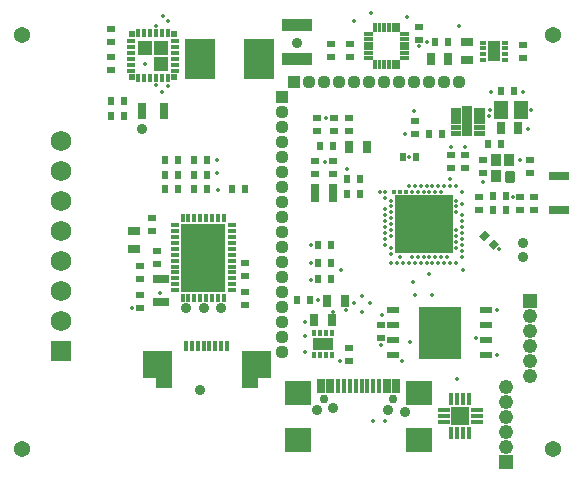
<source format=gts>
G75*
%MOIN*%
%OFA0B0*%
%FSLAX25Y25*%
%IPPOS*%
%LPD*%
%AMOC8*
5,1,8,0,0,1.08239X$1,22.5*
%
%ADD10C,0.05400*%
%ADD11C,0.01400*%
%ADD12C,0.01483*%
%ADD13R,0.19494X0.19494*%
%ADD14R,0.02762X0.02369*%
%ADD15R,0.02369X0.02762*%
%ADD16R,0.06500X0.03000*%
%ADD17R,0.02762X0.03943*%
%ADD18R,0.04300X0.01400*%
%ADD19R,0.01400X0.04300*%
%ADD20R,0.06100X0.06100*%
%ADD21R,0.04500X0.04500*%
%ADD22R,0.04900X0.04900*%
%ADD23C,0.04500*%
%ADD24C,0.04900*%
%ADD25R,0.04400X0.02100*%
%ADD26R,0.14200X0.17700*%
%ADD27R,0.03976X0.03976*%
%ADD28R,0.04376X0.04376*%
%ADD29C,0.03976*%
%ADD30C,0.04376*%
%ADD31R,0.02762X0.01384*%
%ADD32R,0.01384X0.02762*%
%ADD33R,0.14967X0.22841*%
%ADD34R,0.01384X0.03156*%
%ADD35R,0.03156X0.01384*%
%ADD36R,0.04829X0.04829*%
%ADD37R,0.01876X0.01876*%
%ADD38C,0.00317*%
%ADD39R,0.10243X0.03943*%
%ADD40R,0.03156X0.05518*%
%ADD41R,0.10450X0.13400*%
%ADD42R,0.05518X0.03156*%
%ADD43R,0.03943X0.02762*%
%ADD44C,0.00102*%
%ADD45R,0.03707X0.09849*%
%ADD46C,0.01387*%
%ADD47C,0.01787*%
%ADD48R,0.05124X0.06187*%
%ADD49R,0.03150X0.05900*%
%ADD50C,0.01775*%
%ADD51R,0.03550X0.03943*%
%ADD52R,0.02800X0.04900*%
%ADD53R,0.01600X0.04900*%
%ADD54R,0.08900X0.08300*%
%ADD55C,0.02998*%
%ADD56R,0.01600X0.03600*%
%ADD57R,0.00900X0.00900*%
%ADD58C,0.00100*%
%ADD59R,0.01384X0.02369*%
%ADD60R,0.06699X0.03943*%
%ADD61R,0.02369X0.01384*%
%ADD62R,0.03943X0.06699*%
%ADD63R,0.06450X0.06450*%
%ADD64R,0.06850X0.06850*%
%ADD65C,0.06450*%
%ADD66C,0.06850*%
%ADD67C,0.03543*%
D10*
X0007874Y0145669D03*
X0007874Y0007874D03*
X0185039Y0007874D03*
X0185039Y0145669D03*
D11*
X0136811Y0095472D03*
X0138780Y0095472D03*
X0140748Y0095472D03*
X0142717Y0095472D03*
X0144685Y0095472D03*
X0146654Y0095472D03*
X0148622Y0095472D03*
X0150591Y0095472D03*
X0152559Y0095472D03*
X0128937Y0093504D03*
X0137795Y0093504D03*
X0139764Y0093504D03*
X0141732Y0093504D03*
X0143701Y0093504D03*
X0145669Y0093504D03*
X0147638Y0093504D03*
X0154528Y0093504D03*
X0128937Y0091535D03*
X0130906Y0090551D03*
X0152559Y0090551D03*
X0154528Y0089567D03*
X0130906Y0088583D03*
X0152559Y0088583D03*
X0128937Y0087598D03*
X0130906Y0086614D03*
X0152559Y0086614D03*
X0128937Y0085630D03*
X0154528Y0085630D03*
X0130906Y0084646D03*
X0128937Y0083661D03*
X0154528Y0083661D03*
X0130906Y0082677D03*
X0128937Y0081693D03*
X0154528Y0081693D03*
X0130906Y0080709D03*
X0152559Y0080709D03*
X0128937Y0079724D03*
X0154528Y0079724D03*
X0130906Y0078740D03*
X0152559Y0078740D03*
X0128937Y0077756D03*
X0154528Y0077756D03*
X0152559Y0076772D03*
X0128937Y0075787D03*
X0154528Y0075787D03*
X0130906Y0074803D03*
X0152559Y0074803D03*
X0154528Y0073819D03*
X0130906Y0072835D03*
X0133858Y0071850D03*
X0137795Y0071850D03*
X0139764Y0071850D03*
X0141732Y0071850D03*
X0143701Y0071850D03*
X0145669Y0071850D03*
X0147638Y0071850D03*
X0149606Y0071850D03*
X0154528Y0071850D03*
X0130906Y0069882D03*
X0132874Y0069882D03*
X0134843Y0069882D03*
X0136811Y0069882D03*
X0138780Y0069882D03*
X0140748Y0069882D03*
X0142717Y0069882D03*
X0144685Y0069882D03*
X0146654Y0069882D03*
X0148622Y0069882D03*
X0150591Y0069882D03*
X0152559Y0069882D03*
X0130906Y0074803D03*
X0150591Y0097835D03*
X0127362Y0093504D03*
X0154921Y0067323D03*
X0134646Y0037008D03*
X0127953Y0052362D03*
X0106693Y0057480D03*
X0111417Y0053543D03*
X0136811Y0104921D03*
X0141732Y0082677D03*
X0141732Y0086614D03*
X0133858Y0086614D03*
X0137795Y0086614D03*
X0145669Y0086614D03*
X0149606Y0086614D03*
X0133858Y0082677D03*
X0137795Y0082677D03*
X0145669Y0082677D03*
X0149606Y0082677D03*
X0149606Y0078740D03*
X0145669Y0078740D03*
X0141732Y0078740D03*
X0137795Y0078740D03*
X0133858Y0078740D03*
X0133858Y0074803D03*
X0137795Y0074803D03*
X0141732Y0074803D03*
X0145669Y0074803D03*
X0149606Y0074803D03*
X0141732Y0047244D03*
X0145669Y0047244D03*
X0149606Y0043307D03*
X0145669Y0043307D03*
X0141732Y0043307D03*
X0141732Y0039370D03*
X0145669Y0039370D03*
X0149606Y0039370D03*
X0166339Y0053937D03*
X0152559Y0020079D03*
X0155315Y0020079D03*
X0155315Y0017520D03*
X0152559Y0017520D03*
X0108858Y0103543D03*
X0116339Y0101181D03*
X0104331Y0075591D03*
X0104331Y0069685D03*
X0155709Y0108268D03*
X0150984Y0108268D03*
X0171457Y0091732D03*
X0127559Y0042520D03*
X0109055Y0118110D03*
X0175000Y0126870D03*
X0135531Y0112697D03*
X0140276Y0141929D03*
X0044488Y0054843D03*
X0054134Y0141496D03*
X0054134Y0136220D03*
X0048740Y0135984D03*
X0048937Y0141417D03*
X0066850Y0061102D03*
X0070787Y0061102D03*
X0066850Y0065039D03*
X0070787Y0065039D03*
X0074724Y0068976D03*
X0074724Y0072913D03*
X0074724Y0076850D03*
X0070787Y0080787D03*
X0070787Y0076850D03*
X0070787Y0072913D03*
X0070787Y0068976D03*
X0066850Y0068976D03*
X0066850Y0072913D03*
X0066850Y0076850D03*
X0066850Y0080787D03*
X0062913Y0076850D03*
X0062913Y0072913D03*
X0062913Y0068976D03*
X0072835Y0099606D03*
X0142913Y0143307D03*
X0166929Y0074409D03*
X0053937Y0059843D03*
X0104331Y0064173D03*
X0115748Y0053937D03*
X0072835Y0103937D03*
X0073228Y0094094D03*
X0105906Y0042402D03*
X0108228Y0042402D03*
X0110630Y0042402D03*
X0165276Y0142559D03*
X0165276Y0140315D03*
X0165276Y0137953D03*
X0176378Y0114567D03*
X0161614Y0096850D03*
X0173780Y0104055D03*
X0152559Y0086614D03*
X0133858Y0093504D03*
X0154528Y0089567D03*
X0133858Y0071850D03*
X0130906Y0090551D03*
X0130906Y0088583D03*
X0131890Y0093504D03*
X0128740Y0016929D03*
X0124803Y0016969D03*
X0138583Y0120472D03*
X0056457Y0128661D03*
X0054488Y0126732D03*
X0056693Y0150394D03*
X0054724Y0151969D03*
X0139764Y0071850D03*
X0152756Y0031102D03*
X0141732Y0071850D03*
X0137205Y0043406D03*
X0166142Y0038976D03*
X0147638Y0071850D03*
X0159252Y0044685D03*
X0145669Y0071850D03*
X0138346Y0063465D03*
X0143701Y0071850D03*
X0143701Y0066240D03*
X0137795Y0093504D03*
X0130906Y0086614D03*
X0130906Y0084646D03*
X0130906Y0082677D03*
X0130906Y0080709D03*
X0130906Y0078740D03*
X0130906Y0072835D03*
X0137795Y0071850D03*
X0124016Y0056299D03*
X0118504Y0056299D03*
X0139764Y0093504D03*
X0145669Y0093504D03*
X0147638Y0093504D03*
X0152559Y0074803D03*
X0152559Y0078740D03*
X0152559Y0076772D03*
X0052520Y0148898D03*
X0052480Y0128937D03*
X0149606Y0071850D03*
X0102362Y0040157D03*
X0144488Y0059055D03*
X0102362Y0045276D03*
X0138976Y0059055D03*
X0102362Y0050197D03*
X0152559Y0080709D03*
X0163543Y0118858D03*
X0177559Y0120827D03*
X0164173Y0126772D03*
X0113780Y0037008D03*
X0114173Y0067323D03*
X0163780Y0120866D03*
X0118504Y0150472D03*
X0136299Y0151772D03*
X0141732Y0093504D03*
X0153465Y0148740D03*
X0143701Y0093504D03*
X0124252Y0152913D03*
X0121260Y0053543D03*
X0121260Y0058661D03*
D12*
X0131890Y0093504D03*
X0133858Y0093504D03*
X0135827Y0093504D03*
D13*
X0141732Y0082677D03*
D14*
X0177165Y0099803D03*
X0177165Y0104134D03*
X0161609Y0104134D03*
X0161609Y0099803D03*
X0160126Y0087457D03*
X0160126Y0091787D03*
X0178665Y0087417D03*
X0178665Y0091748D03*
X0127505Y0049096D03*
X0127505Y0044766D03*
X0150984Y0101417D03*
X0150984Y0105748D03*
X0106299Y0113752D03*
X0106299Y0118083D03*
X0155709Y0101417D03*
X0155709Y0105748D03*
X0112012Y0113776D03*
X0112012Y0118106D03*
X0116843Y0113776D03*
X0116843Y0118106D03*
X0105709Y0099354D03*
X0105709Y0103685D03*
X0111626Y0099354D03*
X0111626Y0103685D03*
X0173969Y0087417D03*
X0173969Y0091748D03*
X0138760Y0117126D03*
X0138760Y0112795D03*
X0037638Y0147795D03*
X0037638Y0143465D03*
X0037598Y0133937D03*
X0037598Y0138268D03*
X0047362Y0064252D03*
X0047362Y0068583D03*
X0051181Y0080394D03*
X0051181Y0084724D03*
X0082205Y0065335D03*
X0082205Y0069665D03*
X0052972Y0073602D03*
X0052972Y0069272D03*
X0047362Y0059134D03*
X0047362Y0054803D03*
X0082205Y0060217D03*
X0082205Y0055886D03*
X0110827Y0142717D03*
X0110827Y0138386D03*
X0140256Y0148524D03*
X0140256Y0144193D03*
X0117126Y0142677D03*
X0117126Y0138346D03*
X0116850Y0037205D03*
X0116850Y0041535D03*
X0175039Y0138228D03*
X0175039Y0142559D03*
D15*
X0120669Y0092787D03*
X0116339Y0092787D03*
X0110760Y0075591D03*
X0106429Y0075591D03*
G36*
X0162301Y0080806D02*
X0163975Y0079132D01*
X0162023Y0077180D01*
X0160349Y0078854D01*
X0162301Y0080806D01*
G37*
G36*
X0165363Y0077743D02*
X0167037Y0076069D01*
X0165085Y0074117D01*
X0163411Y0075791D01*
X0165363Y0077743D01*
G37*
X0164835Y0092126D03*
X0169165Y0092126D03*
X0139173Y0104921D03*
X0134843Y0104921D03*
X0120669Y0097630D03*
X0116339Y0097630D03*
X0110760Y0069791D03*
X0106429Y0069791D03*
X0110760Y0064260D03*
X0106429Y0064260D03*
X0107256Y0108748D03*
X0111587Y0108748D03*
X0164803Y0087425D03*
X0169134Y0087425D03*
X0037520Y0123819D03*
X0041850Y0123819D03*
X0041850Y0118898D03*
X0037520Y0118898D03*
X0082106Y0094291D03*
X0077776Y0094291D03*
X0167520Y0126969D03*
X0171850Y0126969D03*
X0148031Y0112894D03*
X0143701Y0112894D03*
X0167520Y0109252D03*
X0163189Y0109252D03*
X0103976Y0057402D03*
X0099646Y0057402D03*
X0150000Y0143346D03*
X0145669Y0143346D03*
X0055630Y0104094D03*
X0059961Y0104094D03*
X0055630Y0099213D03*
X0059961Y0099213D03*
X0055630Y0094252D03*
X0059961Y0094252D03*
X0065079Y0094291D03*
X0069409Y0094291D03*
X0065079Y0099213D03*
X0069409Y0099213D03*
X0065079Y0104094D03*
X0069409Y0104094D03*
D16*
X0187008Y0087393D03*
X0187008Y0098591D03*
D17*
X0116866Y0108276D03*
X0122772Y0108276D03*
X0167441Y0114764D03*
X0173346Y0114764D03*
X0105315Y0050787D03*
X0111220Y0050787D03*
X0109606Y0057165D03*
X0115512Y0057165D03*
X0150000Y0137795D03*
X0144094Y0137795D03*
D18*
X0159532Y0016811D03*
X0159532Y0018780D03*
X0159532Y0020748D03*
X0148421Y0020748D03*
X0148421Y0018780D03*
X0148421Y0016811D03*
D19*
X0156929Y0024335D03*
X0154961Y0024335D03*
X0152992Y0024335D03*
X0151024Y0024335D03*
X0151024Y0013224D03*
X0152992Y0013224D03*
X0154961Y0013224D03*
X0156929Y0013224D03*
D20*
X0153976Y0018780D03*
D21*
X0169291Y0003346D03*
X0177165Y0057087D03*
D22*
X0169291Y0003346D03*
X0177165Y0057087D03*
D23*
X0169291Y0008346D03*
X0169291Y0013346D03*
X0169291Y0018346D03*
X0169291Y0023346D03*
X0169291Y0028346D03*
X0177165Y0052087D03*
X0177165Y0047087D03*
X0177165Y0042087D03*
X0177165Y0037087D03*
X0177165Y0032087D03*
D24*
X0169291Y0008346D03*
X0169291Y0013346D03*
X0169291Y0018346D03*
X0169291Y0023346D03*
X0169291Y0028346D03*
X0177165Y0052087D03*
X0177165Y0047087D03*
X0177165Y0042087D03*
X0177165Y0037087D03*
X0177165Y0032087D03*
D25*
X0162704Y0038979D03*
X0162704Y0043979D03*
X0162704Y0048979D03*
X0162704Y0053979D03*
X0131604Y0053979D03*
X0131604Y0048979D03*
X0131604Y0043979D03*
X0131604Y0038979D03*
D26*
X0147154Y0046479D03*
D27*
X0094488Y0125177D03*
X0098484Y0129921D03*
D28*
X0094488Y0125177D03*
X0098484Y0129921D03*
D29*
X0094488Y0120177D03*
X0094488Y0115177D03*
X0094488Y0110177D03*
X0094488Y0105177D03*
X0094488Y0100177D03*
X0094488Y0095177D03*
X0094488Y0090177D03*
X0094488Y0085177D03*
X0094488Y0080177D03*
X0094488Y0075177D03*
X0094488Y0070177D03*
X0094488Y0065177D03*
X0094488Y0060177D03*
X0094488Y0055177D03*
X0094488Y0050177D03*
X0094488Y0045177D03*
X0094488Y0040177D03*
X0103484Y0129921D03*
X0108484Y0129921D03*
X0113484Y0129921D03*
X0118484Y0129921D03*
X0123484Y0129921D03*
X0128484Y0129921D03*
X0133484Y0129921D03*
X0138484Y0129921D03*
X0143484Y0129921D03*
X0148484Y0129921D03*
X0153484Y0129921D03*
D30*
X0094488Y0120177D03*
X0094488Y0115177D03*
X0094488Y0110177D03*
X0094488Y0105177D03*
X0094488Y0100177D03*
X0094488Y0095177D03*
X0094488Y0090177D03*
X0094488Y0085177D03*
X0094488Y0080177D03*
X0094488Y0075177D03*
X0094488Y0070177D03*
X0094488Y0065177D03*
X0094488Y0060177D03*
X0094488Y0055177D03*
X0094488Y0050177D03*
X0094488Y0045177D03*
X0094488Y0040177D03*
X0103484Y0129921D03*
X0108484Y0129921D03*
X0113484Y0129921D03*
X0118484Y0129921D03*
X0123484Y0129921D03*
X0128484Y0129921D03*
X0133484Y0129921D03*
X0138484Y0129921D03*
X0143484Y0129921D03*
X0148484Y0129921D03*
X0153484Y0129921D03*
D31*
X0058839Y0082343D03*
X0058839Y0080374D03*
X0058839Y0078406D03*
X0058839Y0076437D03*
X0058839Y0074469D03*
X0058839Y0072500D03*
X0058839Y0070531D03*
X0058839Y0068563D03*
X0058839Y0066594D03*
X0058839Y0064626D03*
X0058839Y0062657D03*
X0058839Y0060689D03*
X0077736Y0060689D03*
X0077736Y0062657D03*
X0077736Y0064626D03*
X0077736Y0066594D03*
X0077736Y0068563D03*
X0077736Y0070531D03*
X0077736Y0072500D03*
X0077736Y0074469D03*
X0077736Y0076437D03*
X0077736Y0078406D03*
X0077736Y0080374D03*
X0077736Y0082343D03*
D32*
X0061398Y0058130D03*
X0063366Y0058130D03*
X0065335Y0058130D03*
X0067303Y0058130D03*
X0069272Y0058130D03*
X0071240Y0058130D03*
X0073209Y0058130D03*
X0075177Y0058130D03*
X0075177Y0084902D03*
X0073209Y0084902D03*
X0071240Y0084902D03*
X0069272Y0084902D03*
X0067303Y0084902D03*
X0065335Y0084902D03*
X0063366Y0084902D03*
X0061398Y0084902D03*
D33*
X0068287Y0071516D03*
D34*
X0046614Y0131339D03*
X0048583Y0131339D03*
X0050551Y0131339D03*
X0052520Y0131339D03*
X0054488Y0131339D03*
X0056457Y0131339D03*
X0056457Y0146299D03*
X0054488Y0146299D03*
X0052520Y0146299D03*
X0050551Y0146299D03*
X0048583Y0146299D03*
X0046614Y0146299D03*
D35*
X0059016Y0133898D03*
X0059016Y0135866D03*
X0059016Y0137835D03*
X0059016Y0139803D03*
X0059016Y0141772D03*
X0059016Y0143740D03*
X0044055Y0143740D03*
X0044055Y0141772D03*
X0044055Y0139803D03*
X0044055Y0137835D03*
X0044055Y0135866D03*
X0044055Y0133898D03*
D36*
X0048927Y0141427D03*
X0054144Y0141427D03*
X0054144Y0136211D03*
D37*
X0044400Y0131683D03*
X0044400Y0145955D03*
X0058671Y0145955D03*
X0058671Y0131683D03*
D38*
X0134021Y0138786D02*
X0136625Y0138786D01*
X0136625Y0137836D01*
X0134021Y0137836D01*
X0134021Y0138786D01*
X0134021Y0138152D02*
X0136625Y0138152D01*
X0136625Y0138468D02*
X0134021Y0138468D01*
X0134021Y0138784D02*
X0136625Y0138784D01*
X0134021Y0140361D02*
X0136625Y0140361D01*
X0136625Y0139411D01*
X0134021Y0139411D01*
X0134021Y0140361D01*
X0134021Y0139727D02*
X0136625Y0139727D01*
X0136625Y0140043D02*
X0134021Y0140043D01*
X0134021Y0140359D02*
X0136625Y0140359D01*
X0134021Y0141936D02*
X0136625Y0141936D01*
X0136625Y0140986D01*
X0134021Y0140986D01*
X0134021Y0141936D01*
X0134021Y0141302D02*
X0136625Y0141302D01*
X0136625Y0141618D02*
X0134021Y0141618D01*
X0134021Y0141934D02*
X0136625Y0141934D01*
X0134021Y0143510D02*
X0136625Y0143510D01*
X0136625Y0142560D01*
X0134021Y0142560D01*
X0134021Y0143510D01*
X0134021Y0142876D02*
X0136625Y0142876D01*
X0136625Y0143192D02*
X0134021Y0143192D01*
X0134021Y0143508D02*
X0136625Y0143508D01*
X0134021Y0145085D02*
X0136625Y0145085D01*
X0136625Y0144135D01*
X0134021Y0144135D01*
X0134021Y0145085D01*
X0134021Y0144451D02*
X0136625Y0144451D01*
X0136625Y0144767D02*
X0134021Y0144767D01*
X0134021Y0145083D02*
X0136625Y0145083D01*
X0134021Y0146660D02*
X0136625Y0146660D01*
X0136625Y0145710D01*
X0134021Y0145710D01*
X0134021Y0146660D01*
X0134021Y0146026D02*
X0136625Y0146026D01*
X0136625Y0146342D02*
X0134021Y0146342D01*
X0134021Y0146658D02*
X0136625Y0146658D01*
X0132702Y0149633D02*
X0133652Y0149633D01*
X0133652Y0147029D01*
X0132702Y0147029D01*
X0132702Y0149633D01*
X0132702Y0147345D02*
X0133652Y0147345D01*
X0133652Y0147661D02*
X0132702Y0147661D01*
X0132702Y0147977D02*
X0133652Y0147977D01*
X0133652Y0148293D02*
X0132702Y0148293D01*
X0132702Y0148609D02*
X0133652Y0148609D01*
X0133652Y0148925D02*
X0132702Y0148925D01*
X0132702Y0149241D02*
X0133652Y0149241D01*
X0133652Y0149557D02*
X0132702Y0149557D01*
X0131127Y0149633D02*
X0132077Y0149633D01*
X0132077Y0147029D01*
X0131127Y0147029D01*
X0131127Y0149633D01*
X0131127Y0147345D02*
X0132077Y0147345D01*
X0132077Y0147661D02*
X0131127Y0147661D01*
X0131127Y0147977D02*
X0132077Y0147977D01*
X0132077Y0148293D02*
X0131127Y0148293D01*
X0131127Y0148609D02*
X0132077Y0148609D01*
X0132077Y0148925D02*
X0131127Y0148925D01*
X0131127Y0149241D02*
X0132077Y0149241D01*
X0132077Y0149557D02*
X0131127Y0149557D01*
X0129553Y0149633D02*
X0130503Y0149633D01*
X0130503Y0147029D01*
X0129553Y0147029D01*
X0129553Y0149633D01*
X0129553Y0147345D02*
X0130503Y0147345D01*
X0130503Y0147661D02*
X0129553Y0147661D01*
X0129553Y0147977D02*
X0130503Y0147977D01*
X0130503Y0148293D02*
X0129553Y0148293D01*
X0129553Y0148609D02*
X0130503Y0148609D01*
X0130503Y0148925D02*
X0129553Y0148925D01*
X0129553Y0149241D02*
X0130503Y0149241D01*
X0130503Y0149557D02*
X0129553Y0149557D01*
X0127978Y0149633D02*
X0128928Y0149633D01*
X0128928Y0147029D01*
X0127978Y0147029D01*
X0127978Y0149633D01*
X0127978Y0147345D02*
X0128928Y0147345D01*
X0128928Y0147661D02*
X0127978Y0147661D01*
X0127978Y0147977D02*
X0128928Y0147977D01*
X0128928Y0148293D02*
X0127978Y0148293D01*
X0127978Y0148609D02*
X0128928Y0148609D01*
X0128928Y0148925D02*
X0127978Y0148925D01*
X0127978Y0149241D02*
X0128928Y0149241D01*
X0128928Y0149557D02*
X0127978Y0149557D01*
X0126403Y0149633D02*
X0127353Y0149633D01*
X0127353Y0147029D01*
X0126403Y0147029D01*
X0126403Y0149633D01*
X0126403Y0147345D02*
X0127353Y0147345D01*
X0127353Y0147661D02*
X0126403Y0147661D01*
X0126403Y0147977D02*
X0127353Y0147977D01*
X0127353Y0148293D02*
X0126403Y0148293D01*
X0126403Y0148609D02*
X0127353Y0148609D01*
X0127353Y0148925D02*
X0126403Y0148925D01*
X0126403Y0149241D02*
X0127353Y0149241D01*
X0127353Y0149557D02*
X0126403Y0149557D01*
X0124828Y0149633D02*
X0125778Y0149633D01*
X0125778Y0147029D01*
X0124828Y0147029D01*
X0124828Y0149633D01*
X0124828Y0147345D02*
X0125778Y0147345D01*
X0125778Y0147661D02*
X0124828Y0147661D01*
X0124828Y0147977D02*
X0125778Y0147977D01*
X0125778Y0148293D02*
X0124828Y0148293D01*
X0124828Y0148609D02*
X0125778Y0148609D01*
X0125778Y0148925D02*
X0124828Y0148925D01*
X0124828Y0149241D02*
X0125778Y0149241D01*
X0125778Y0149557D02*
X0124828Y0149557D01*
X0121855Y0146660D02*
X0124459Y0146660D01*
X0124459Y0145710D01*
X0121855Y0145710D01*
X0121855Y0146660D01*
X0121855Y0146026D02*
X0124459Y0146026D01*
X0124459Y0146342D02*
X0121855Y0146342D01*
X0121855Y0146658D02*
X0124459Y0146658D01*
X0121855Y0145085D02*
X0124459Y0145085D01*
X0124459Y0144135D01*
X0121855Y0144135D01*
X0121855Y0145085D01*
X0121855Y0144451D02*
X0124459Y0144451D01*
X0124459Y0144767D02*
X0121855Y0144767D01*
X0121855Y0145083D02*
X0124459Y0145083D01*
X0121855Y0143510D02*
X0124459Y0143510D01*
X0124459Y0142560D01*
X0121855Y0142560D01*
X0121855Y0143510D01*
X0121855Y0142876D02*
X0124459Y0142876D01*
X0124459Y0143192D02*
X0121855Y0143192D01*
X0121855Y0143508D02*
X0124459Y0143508D01*
X0121855Y0141936D02*
X0124459Y0141936D01*
X0124459Y0140986D01*
X0121855Y0140986D01*
X0121855Y0141936D01*
X0121855Y0141302D02*
X0124459Y0141302D01*
X0124459Y0141618D02*
X0121855Y0141618D01*
X0121855Y0141934D02*
X0124459Y0141934D01*
X0121855Y0140361D02*
X0124459Y0140361D01*
X0124459Y0139411D01*
X0121855Y0139411D01*
X0121855Y0140361D01*
X0121855Y0139727D02*
X0124459Y0139727D01*
X0124459Y0140043D02*
X0121855Y0140043D01*
X0121855Y0140359D02*
X0124459Y0140359D01*
X0121855Y0138786D02*
X0124459Y0138786D01*
X0124459Y0137836D01*
X0121855Y0137836D01*
X0121855Y0138786D01*
X0121855Y0138152D02*
X0124459Y0138152D01*
X0124459Y0138468D02*
X0121855Y0138468D01*
X0121855Y0138784D02*
X0124459Y0138784D01*
X0124828Y0137467D02*
X0125778Y0137467D01*
X0125778Y0134863D01*
X0124828Y0134863D01*
X0124828Y0137467D01*
X0124828Y0135179D02*
X0125778Y0135179D01*
X0125778Y0135495D02*
X0124828Y0135495D01*
X0124828Y0135811D02*
X0125778Y0135811D01*
X0125778Y0136127D02*
X0124828Y0136127D01*
X0124828Y0136443D02*
X0125778Y0136443D01*
X0125778Y0136759D02*
X0124828Y0136759D01*
X0124828Y0137075D02*
X0125778Y0137075D01*
X0125778Y0137391D02*
X0124828Y0137391D01*
X0126403Y0137467D02*
X0127353Y0137467D01*
X0127353Y0134863D01*
X0126403Y0134863D01*
X0126403Y0137467D01*
X0126403Y0135179D02*
X0127353Y0135179D01*
X0127353Y0135495D02*
X0126403Y0135495D01*
X0126403Y0135811D02*
X0127353Y0135811D01*
X0127353Y0136127D02*
X0126403Y0136127D01*
X0126403Y0136443D02*
X0127353Y0136443D01*
X0127353Y0136759D02*
X0126403Y0136759D01*
X0126403Y0137075D02*
X0127353Y0137075D01*
X0127353Y0137391D02*
X0126403Y0137391D01*
X0127978Y0137467D02*
X0128928Y0137467D01*
X0128928Y0134863D01*
X0127978Y0134863D01*
X0127978Y0137467D01*
X0127978Y0135179D02*
X0128928Y0135179D01*
X0128928Y0135495D02*
X0127978Y0135495D01*
X0127978Y0135811D02*
X0128928Y0135811D01*
X0128928Y0136127D02*
X0127978Y0136127D01*
X0127978Y0136443D02*
X0128928Y0136443D01*
X0128928Y0136759D02*
X0127978Y0136759D01*
X0127978Y0137075D02*
X0128928Y0137075D01*
X0128928Y0137391D02*
X0127978Y0137391D01*
X0129553Y0137467D02*
X0130503Y0137467D01*
X0130503Y0134863D01*
X0129553Y0134863D01*
X0129553Y0137467D01*
X0129553Y0135179D02*
X0130503Y0135179D01*
X0130503Y0135495D02*
X0129553Y0135495D01*
X0129553Y0135811D02*
X0130503Y0135811D01*
X0130503Y0136127D02*
X0129553Y0136127D01*
X0129553Y0136443D02*
X0130503Y0136443D01*
X0130503Y0136759D02*
X0129553Y0136759D01*
X0129553Y0137075D02*
X0130503Y0137075D01*
X0130503Y0137391D02*
X0129553Y0137391D01*
X0131127Y0137467D02*
X0132077Y0137467D01*
X0132077Y0134863D01*
X0131127Y0134863D01*
X0131127Y0137467D01*
X0131127Y0135179D02*
X0132077Y0135179D01*
X0132077Y0135495D02*
X0131127Y0135495D01*
X0131127Y0135811D02*
X0132077Y0135811D01*
X0132077Y0136127D02*
X0131127Y0136127D01*
X0131127Y0136443D02*
X0132077Y0136443D01*
X0132077Y0136759D02*
X0131127Y0136759D01*
X0131127Y0137075D02*
X0132077Y0137075D01*
X0132077Y0137391D02*
X0131127Y0137391D01*
X0132702Y0137467D02*
X0133652Y0137467D01*
X0133652Y0134863D01*
X0132702Y0134863D01*
X0132702Y0137467D01*
X0132702Y0135179D02*
X0133652Y0135179D01*
X0133652Y0135495D02*
X0132702Y0135495D01*
X0132702Y0135811D02*
X0133652Y0135811D01*
X0133652Y0136127D02*
X0132702Y0136127D01*
X0132702Y0136443D02*
X0133652Y0136443D01*
X0133652Y0136759D02*
X0132702Y0136759D01*
X0132702Y0137075D02*
X0133652Y0137075D01*
X0133652Y0137391D02*
X0132702Y0137391D01*
D39*
X0099685Y0137638D03*
X0099685Y0149055D03*
D40*
X0055315Y0120354D03*
X0047835Y0120354D03*
D41*
X0087012Y0137795D03*
X0067162Y0137795D03*
D42*
X0054154Y0064252D03*
X0054154Y0056772D03*
D43*
X0045276Y0074488D03*
X0045276Y0080394D03*
X0156102Y0137441D03*
X0156102Y0143346D03*
D44*
X0153987Y0120186D02*
X0150777Y0120186D01*
X0150777Y0121546D01*
X0153987Y0121546D01*
X0153987Y0120186D01*
X0153987Y0120287D02*
X0150777Y0120287D01*
X0150777Y0120388D02*
X0153987Y0120388D01*
X0153987Y0120489D02*
X0150777Y0120489D01*
X0150777Y0120590D02*
X0153987Y0120590D01*
X0153987Y0120691D02*
X0150777Y0120691D01*
X0150777Y0120792D02*
X0153987Y0120792D01*
X0153987Y0120893D02*
X0150777Y0120893D01*
X0150777Y0120994D02*
X0153987Y0120994D01*
X0153987Y0121095D02*
X0150777Y0121095D01*
X0150777Y0121196D02*
X0153987Y0121196D01*
X0153987Y0121297D02*
X0150777Y0121297D01*
X0150777Y0121398D02*
X0153987Y0121398D01*
X0153987Y0121499D02*
X0150777Y0121499D01*
X0153987Y0118218D02*
X0150777Y0118218D01*
X0150777Y0119578D01*
X0153987Y0119578D01*
X0153987Y0118218D01*
X0153987Y0118319D02*
X0150777Y0118319D01*
X0150777Y0118420D02*
X0153987Y0118420D01*
X0153987Y0118521D02*
X0150777Y0118521D01*
X0150777Y0118622D02*
X0153987Y0118622D01*
X0153987Y0118723D02*
X0150777Y0118723D01*
X0150777Y0118824D02*
X0153987Y0118824D01*
X0153987Y0118925D02*
X0150777Y0118925D01*
X0150777Y0119026D02*
X0153987Y0119026D01*
X0153987Y0119127D02*
X0150777Y0119127D01*
X0150777Y0119228D02*
X0153987Y0119228D01*
X0153987Y0119329D02*
X0150777Y0119329D01*
X0150777Y0119430D02*
X0153987Y0119430D01*
X0153987Y0119531D02*
X0150777Y0119531D01*
X0153987Y0116249D02*
X0150777Y0116249D01*
X0150777Y0117609D01*
X0153987Y0117609D01*
X0153987Y0116249D01*
X0153987Y0116350D02*
X0150777Y0116350D01*
X0150777Y0116451D02*
X0153987Y0116451D01*
X0153987Y0116552D02*
X0150777Y0116552D01*
X0150777Y0116653D02*
X0153987Y0116653D01*
X0153987Y0116754D02*
X0150777Y0116754D01*
X0150777Y0116855D02*
X0153987Y0116855D01*
X0153987Y0116956D02*
X0150777Y0116956D01*
X0150777Y0117057D02*
X0153987Y0117057D01*
X0153987Y0117158D02*
X0150777Y0117158D01*
X0150777Y0117259D02*
X0153987Y0117259D01*
X0153987Y0117360D02*
X0150777Y0117360D01*
X0150777Y0117461D02*
X0153987Y0117461D01*
X0153987Y0117562D02*
X0150777Y0117562D01*
X0153987Y0114281D02*
X0150777Y0114281D01*
X0150777Y0115641D01*
X0153987Y0115641D01*
X0153987Y0114281D01*
X0153987Y0114382D02*
X0150777Y0114382D01*
X0150777Y0114483D02*
X0153987Y0114483D01*
X0153987Y0114584D02*
X0150777Y0114584D01*
X0150777Y0114685D02*
X0153987Y0114685D01*
X0153987Y0114786D02*
X0150777Y0114786D01*
X0150777Y0114887D02*
X0153987Y0114887D01*
X0153987Y0114988D02*
X0150777Y0114988D01*
X0150777Y0115089D02*
X0153987Y0115089D01*
X0153987Y0115190D02*
X0150777Y0115190D01*
X0150777Y0115291D02*
X0153987Y0115291D01*
X0153987Y0115392D02*
X0150777Y0115392D01*
X0150777Y0115493D02*
X0153987Y0115493D01*
X0153987Y0115594D02*
X0150777Y0115594D01*
X0153987Y0112312D02*
X0150777Y0112312D01*
X0150777Y0113672D01*
X0153987Y0113672D01*
X0153987Y0112312D01*
X0153987Y0112413D02*
X0150777Y0112413D01*
X0150777Y0112514D02*
X0153987Y0112514D01*
X0153987Y0112615D02*
X0150777Y0112615D01*
X0150777Y0112716D02*
X0153987Y0112716D01*
X0153987Y0112817D02*
X0150777Y0112817D01*
X0150777Y0112918D02*
X0153987Y0112918D01*
X0153987Y0113019D02*
X0150777Y0113019D01*
X0150777Y0113120D02*
X0153987Y0113120D01*
X0153987Y0113221D02*
X0150777Y0113221D01*
X0150777Y0113322D02*
X0153987Y0113322D01*
X0153987Y0113423D02*
X0150777Y0113423D01*
X0150777Y0113524D02*
X0153987Y0113524D01*
X0153987Y0113625D02*
X0150777Y0113625D01*
X0161822Y0112312D02*
X0158612Y0112312D01*
X0158612Y0113672D01*
X0161822Y0113672D01*
X0161822Y0112312D01*
X0161822Y0112413D02*
X0158612Y0112413D01*
X0158612Y0112514D02*
X0161822Y0112514D01*
X0161822Y0112615D02*
X0158612Y0112615D01*
X0158612Y0112716D02*
X0161822Y0112716D01*
X0161822Y0112817D02*
X0158612Y0112817D01*
X0158612Y0112918D02*
X0161822Y0112918D01*
X0161822Y0113019D02*
X0158612Y0113019D01*
X0158612Y0113120D02*
X0161822Y0113120D01*
X0161822Y0113221D02*
X0158612Y0113221D01*
X0158612Y0113322D02*
X0161822Y0113322D01*
X0161822Y0113423D02*
X0158612Y0113423D01*
X0158612Y0113524D02*
X0161822Y0113524D01*
X0161822Y0113625D02*
X0158612Y0113625D01*
X0161822Y0114281D02*
X0158612Y0114281D01*
X0158612Y0115641D01*
X0161822Y0115641D01*
X0161822Y0114281D01*
X0161822Y0114382D02*
X0158612Y0114382D01*
X0158612Y0114483D02*
X0161822Y0114483D01*
X0161822Y0114584D02*
X0158612Y0114584D01*
X0158612Y0114685D02*
X0161822Y0114685D01*
X0161822Y0114786D02*
X0158612Y0114786D01*
X0158612Y0114887D02*
X0161822Y0114887D01*
X0161822Y0114988D02*
X0158612Y0114988D01*
X0158612Y0115089D02*
X0161822Y0115089D01*
X0161822Y0115190D02*
X0158612Y0115190D01*
X0158612Y0115291D02*
X0161822Y0115291D01*
X0161822Y0115392D02*
X0158612Y0115392D01*
X0158612Y0115493D02*
X0161822Y0115493D01*
X0161822Y0115594D02*
X0158612Y0115594D01*
X0161822Y0116249D02*
X0158612Y0116249D01*
X0158612Y0117609D01*
X0161822Y0117609D01*
X0161822Y0116249D01*
X0161822Y0116350D02*
X0158612Y0116350D01*
X0158612Y0116451D02*
X0161822Y0116451D01*
X0161822Y0116552D02*
X0158612Y0116552D01*
X0158612Y0116653D02*
X0161822Y0116653D01*
X0161822Y0116754D02*
X0158612Y0116754D01*
X0158612Y0116855D02*
X0161822Y0116855D01*
X0161822Y0116956D02*
X0158612Y0116956D01*
X0158612Y0117057D02*
X0161822Y0117057D01*
X0161822Y0117158D02*
X0158612Y0117158D01*
X0158612Y0117259D02*
X0161822Y0117259D01*
X0161822Y0117360D02*
X0158612Y0117360D01*
X0158612Y0117461D02*
X0161822Y0117461D01*
X0161822Y0117562D02*
X0158612Y0117562D01*
X0161822Y0118218D02*
X0158612Y0118218D01*
X0158612Y0119578D01*
X0161822Y0119578D01*
X0161822Y0118218D01*
X0161822Y0118319D02*
X0158612Y0118319D01*
X0158612Y0118420D02*
X0161822Y0118420D01*
X0161822Y0118521D02*
X0158612Y0118521D01*
X0158612Y0118622D02*
X0161822Y0118622D01*
X0161822Y0118723D02*
X0158612Y0118723D01*
X0158612Y0118824D02*
X0161822Y0118824D01*
X0161822Y0118925D02*
X0158612Y0118925D01*
X0158612Y0119026D02*
X0161822Y0119026D01*
X0161822Y0119127D02*
X0158612Y0119127D01*
X0158612Y0119228D02*
X0161822Y0119228D01*
X0161822Y0119329D02*
X0158612Y0119329D01*
X0158612Y0119430D02*
X0161822Y0119430D01*
X0161822Y0119531D02*
X0158612Y0119531D01*
X0161822Y0120186D02*
X0158612Y0120186D01*
X0158612Y0121546D01*
X0161822Y0121546D01*
X0161822Y0120186D01*
X0161822Y0120287D02*
X0158612Y0120287D01*
X0158612Y0120388D02*
X0161822Y0120388D01*
X0161822Y0120489D02*
X0158612Y0120489D01*
X0158612Y0120590D02*
X0161822Y0120590D01*
X0161822Y0120691D02*
X0158612Y0120691D01*
X0158612Y0120792D02*
X0161822Y0120792D01*
X0161822Y0120893D02*
X0158612Y0120893D01*
X0158612Y0120994D02*
X0161822Y0120994D01*
X0161822Y0121095D02*
X0158612Y0121095D01*
X0158612Y0121196D02*
X0161822Y0121196D01*
X0161822Y0121297D02*
X0158612Y0121297D01*
X0158612Y0121398D02*
X0161822Y0121398D01*
X0161822Y0121499D02*
X0158612Y0121499D01*
D45*
X0156299Y0116929D03*
D46*
X0156299Y0120669D03*
X0156299Y0116929D03*
X0156299Y0113189D03*
D47*
X0156299Y0120669D03*
X0156299Y0116929D03*
X0156299Y0113189D03*
D48*
X0174252Y0120866D03*
X0167480Y0120866D03*
D49*
X0105686Y0092913D03*
X0111636Y0092913D03*
D50*
X0169388Y0097538D02*
X0169388Y0099706D01*
X0171164Y0099706D01*
X0171164Y0097538D01*
X0169388Y0097538D01*
X0169388Y0099312D02*
X0171164Y0099312D01*
D51*
X0170276Y0104134D03*
X0165945Y0098622D03*
X0165945Y0104134D03*
D52*
X0107480Y0028594D03*
X0132677Y0028594D03*
X0110630Y0028594D03*
X0129528Y0028594D03*
D53*
X0113189Y0028594D03*
X0115157Y0028594D03*
X0117126Y0028594D03*
X0119094Y0028594D03*
X0121063Y0028594D03*
X0123031Y0028594D03*
X0125000Y0028594D03*
X0126969Y0028594D03*
D54*
X0099961Y0026330D03*
X0140197Y0026330D03*
X0099961Y0010857D03*
X0140197Y0010857D03*
D55*
X0108661Y0024390D03*
X0131496Y0024390D03*
D56*
X0062480Y0042027D03*
X0064449Y0042027D03*
X0066417Y0042027D03*
X0068386Y0042027D03*
X0070354Y0042027D03*
X0072323Y0042027D03*
X0074291Y0042027D03*
X0076260Y0042027D03*
D57*
X0050276Y0036121D03*
X0088465Y0036121D03*
D58*
X0048126Y0040471D02*
X0048126Y0031771D01*
X0052426Y0031771D01*
X0052426Y0028465D01*
X0057526Y0028465D01*
X0057526Y0040471D01*
X0048126Y0040471D01*
X0052426Y0028470D02*
X0057526Y0028470D01*
X0057526Y0028568D02*
X0052426Y0028568D01*
X0052426Y0028667D02*
X0057526Y0028667D01*
X0057526Y0028765D02*
X0052426Y0028765D01*
X0052426Y0028864D02*
X0057526Y0028864D01*
X0057526Y0028962D02*
X0052426Y0028962D01*
X0052426Y0029061D02*
X0057526Y0029061D01*
X0057526Y0029159D02*
X0052426Y0029159D01*
X0052426Y0029258D02*
X0057526Y0029258D01*
X0057526Y0029356D02*
X0052426Y0029356D01*
X0052426Y0029455D02*
X0057526Y0029455D01*
X0057526Y0029553D02*
X0052426Y0029553D01*
X0052426Y0029652D02*
X0057526Y0029652D01*
X0057526Y0029750D02*
X0052426Y0029750D01*
X0052426Y0029849D02*
X0057526Y0029849D01*
X0057526Y0029947D02*
X0052426Y0029947D01*
X0052426Y0030046D02*
X0057526Y0030046D01*
X0057526Y0030144D02*
X0052426Y0030144D01*
X0052426Y0030243D02*
X0057526Y0030243D01*
X0057526Y0030341D02*
X0052426Y0030341D01*
X0052426Y0030440D02*
X0057526Y0030440D01*
X0057526Y0030539D02*
X0052426Y0030539D01*
X0052426Y0030637D02*
X0057526Y0030637D01*
X0057526Y0030736D02*
X0052426Y0030736D01*
X0052426Y0030834D02*
X0057526Y0030834D01*
X0057526Y0030933D02*
X0052426Y0030933D01*
X0052426Y0031031D02*
X0057526Y0031031D01*
X0057526Y0031130D02*
X0052426Y0031130D01*
X0052426Y0031228D02*
X0057526Y0031228D01*
X0057526Y0031327D02*
X0052426Y0031327D01*
X0052426Y0031425D02*
X0057526Y0031425D01*
X0057526Y0031524D02*
X0052426Y0031524D01*
X0052426Y0031622D02*
X0057526Y0031622D01*
X0057526Y0031721D02*
X0052426Y0031721D01*
X0048126Y0031819D02*
X0057526Y0031819D01*
X0057526Y0031918D02*
X0048126Y0031918D01*
X0048126Y0032016D02*
X0057526Y0032016D01*
X0057526Y0032115D02*
X0048126Y0032115D01*
X0048126Y0032213D02*
X0057526Y0032213D01*
X0057526Y0032312D02*
X0048126Y0032312D01*
X0048126Y0032410D02*
X0057526Y0032410D01*
X0057526Y0032509D02*
X0048126Y0032509D01*
X0048126Y0032607D02*
X0057526Y0032607D01*
X0057526Y0032706D02*
X0048126Y0032706D01*
X0048126Y0032804D02*
X0057526Y0032804D01*
X0057526Y0032903D02*
X0048126Y0032903D01*
X0048126Y0033001D02*
X0057526Y0033001D01*
X0057526Y0033100D02*
X0048126Y0033100D01*
X0048126Y0033198D02*
X0057526Y0033198D01*
X0057526Y0033297D02*
X0048126Y0033297D01*
X0048126Y0033395D02*
X0057526Y0033395D01*
X0057526Y0033494D02*
X0048126Y0033494D01*
X0048126Y0033592D02*
X0057526Y0033592D01*
X0057526Y0033691D02*
X0048126Y0033691D01*
X0048126Y0033789D02*
X0057526Y0033789D01*
X0057526Y0033888D02*
X0048126Y0033888D01*
X0048126Y0033986D02*
X0057526Y0033986D01*
X0057526Y0034085D02*
X0048126Y0034085D01*
X0048126Y0034183D02*
X0057526Y0034183D01*
X0057526Y0034282D02*
X0048126Y0034282D01*
X0048126Y0034380D02*
X0057526Y0034380D01*
X0057526Y0034479D02*
X0048126Y0034479D01*
X0048126Y0034577D02*
X0057526Y0034577D01*
X0057526Y0034676D02*
X0048126Y0034676D01*
X0048126Y0034774D02*
X0057526Y0034774D01*
X0057526Y0034873D02*
X0048126Y0034873D01*
X0048126Y0034972D02*
X0057526Y0034972D01*
X0057526Y0035070D02*
X0048126Y0035070D01*
X0048126Y0035169D02*
X0057526Y0035169D01*
X0057526Y0035267D02*
X0048126Y0035267D01*
X0048126Y0035366D02*
X0057526Y0035366D01*
X0057526Y0035464D02*
X0048126Y0035464D01*
X0048126Y0035563D02*
X0057526Y0035563D01*
X0057526Y0035661D02*
X0048126Y0035661D01*
X0048126Y0035760D02*
X0057526Y0035760D01*
X0057526Y0035858D02*
X0048126Y0035858D01*
X0048126Y0035957D02*
X0057526Y0035957D01*
X0057526Y0036055D02*
X0048126Y0036055D01*
X0048126Y0036154D02*
X0057526Y0036154D01*
X0057526Y0036252D02*
X0048126Y0036252D01*
X0048126Y0036351D02*
X0057526Y0036351D01*
X0057526Y0036449D02*
X0048126Y0036449D01*
X0048126Y0036548D02*
X0057526Y0036548D01*
X0057526Y0036646D02*
X0048126Y0036646D01*
X0048126Y0036745D02*
X0057526Y0036745D01*
X0057526Y0036843D02*
X0048126Y0036843D01*
X0048126Y0036942D02*
X0057526Y0036942D01*
X0057526Y0037040D02*
X0048126Y0037040D01*
X0048126Y0037139D02*
X0057526Y0037139D01*
X0057526Y0037237D02*
X0048126Y0037237D01*
X0048126Y0037336D02*
X0057526Y0037336D01*
X0057526Y0037434D02*
X0048126Y0037434D01*
X0048126Y0037533D02*
X0057526Y0037533D01*
X0057526Y0037631D02*
X0048126Y0037631D01*
X0048126Y0037730D02*
X0057526Y0037730D01*
X0057526Y0037828D02*
X0048126Y0037828D01*
X0048126Y0037927D02*
X0057526Y0037927D01*
X0057526Y0038025D02*
X0048126Y0038025D01*
X0048126Y0038124D02*
X0057526Y0038124D01*
X0057526Y0038222D02*
X0048126Y0038222D01*
X0048126Y0038321D02*
X0057526Y0038321D01*
X0057526Y0038419D02*
X0048126Y0038419D01*
X0048126Y0038518D02*
X0057526Y0038518D01*
X0057526Y0038616D02*
X0048126Y0038616D01*
X0048126Y0038715D02*
X0057526Y0038715D01*
X0057526Y0038813D02*
X0048126Y0038813D01*
X0048126Y0038912D02*
X0057526Y0038912D01*
X0057526Y0039010D02*
X0048126Y0039010D01*
X0048126Y0039109D02*
X0057526Y0039109D01*
X0057526Y0039208D02*
X0048126Y0039208D01*
X0048126Y0039306D02*
X0057526Y0039306D01*
X0057526Y0039405D02*
X0048126Y0039405D01*
X0048126Y0039503D02*
X0057526Y0039503D01*
X0057526Y0039602D02*
X0048126Y0039602D01*
X0048126Y0039700D02*
X0057526Y0039700D01*
X0057526Y0039799D02*
X0048126Y0039799D01*
X0048126Y0039897D02*
X0057526Y0039897D01*
X0057526Y0039996D02*
X0048126Y0039996D01*
X0048126Y0040094D02*
X0057526Y0040094D01*
X0057526Y0040193D02*
X0048126Y0040193D01*
X0048126Y0040291D02*
X0057526Y0040291D01*
X0057526Y0040390D02*
X0048126Y0040390D01*
X0090615Y0040471D02*
X0090615Y0031771D01*
X0086315Y0031771D01*
X0086315Y0028465D01*
X0081215Y0028465D01*
X0081215Y0040471D01*
X0090615Y0040471D01*
X0086315Y0028470D02*
X0081215Y0028470D01*
X0081215Y0028568D02*
X0086315Y0028568D01*
X0086315Y0028667D02*
X0081215Y0028667D01*
X0081215Y0028765D02*
X0086315Y0028765D01*
X0086315Y0028864D02*
X0081215Y0028864D01*
X0081215Y0028962D02*
X0086315Y0028962D01*
X0086315Y0029061D02*
X0081215Y0029061D01*
X0081215Y0029159D02*
X0086315Y0029159D01*
X0086315Y0029258D02*
X0081215Y0029258D01*
X0081215Y0029356D02*
X0086315Y0029356D01*
X0086315Y0029455D02*
X0081215Y0029455D01*
X0081215Y0029553D02*
X0086315Y0029553D01*
X0086315Y0029652D02*
X0081215Y0029652D01*
X0081215Y0029750D02*
X0086315Y0029750D01*
X0086315Y0029849D02*
X0081215Y0029849D01*
X0081215Y0029947D02*
X0086315Y0029947D01*
X0086315Y0030046D02*
X0081215Y0030046D01*
X0081215Y0030144D02*
X0086315Y0030144D01*
X0086315Y0030243D02*
X0081215Y0030243D01*
X0081215Y0030341D02*
X0086315Y0030341D01*
X0086315Y0030440D02*
X0081215Y0030440D01*
X0081215Y0030539D02*
X0086315Y0030539D01*
X0086315Y0030637D02*
X0081215Y0030637D01*
X0081215Y0030736D02*
X0086315Y0030736D01*
X0086315Y0030834D02*
X0081215Y0030834D01*
X0081215Y0030933D02*
X0086315Y0030933D01*
X0086315Y0031031D02*
X0081215Y0031031D01*
X0081215Y0031130D02*
X0086315Y0031130D01*
X0086315Y0031228D02*
X0081215Y0031228D01*
X0081215Y0031327D02*
X0086315Y0031327D01*
X0086315Y0031425D02*
X0081215Y0031425D01*
X0081215Y0031524D02*
X0086315Y0031524D01*
X0086315Y0031622D02*
X0081215Y0031622D01*
X0081215Y0031721D02*
X0086315Y0031721D01*
X0090615Y0031819D02*
X0081215Y0031819D01*
X0081215Y0031918D02*
X0090615Y0031918D01*
X0090615Y0032016D02*
X0081215Y0032016D01*
X0081215Y0032115D02*
X0090615Y0032115D01*
X0090615Y0032213D02*
X0081215Y0032213D01*
X0081215Y0032312D02*
X0090615Y0032312D01*
X0090615Y0032410D02*
X0081215Y0032410D01*
X0081215Y0032509D02*
X0090615Y0032509D01*
X0090615Y0032607D02*
X0081215Y0032607D01*
X0081215Y0032706D02*
X0090615Y0032706D01*
X0090615Y0032804D02*
X0081215Y0032804D01*
X0081215Y0032903D02*
X0090615Y0032903D01*
X0090615Y0033001D02*
X0081215Y0033001D01*
X0081215Y0033100D02*
X0090615Y0033100D01*
X0090615Y0033198D02*
X0081215Y0033198D01*
X0081215Y0033297D02*
X0090615Y0033297D01*
X0090615Y0033395D02*
X0081215Y0033395D01*
X0081215Y0033494D02*
X0090615Y0033494D01*
X0090615Y0033592D02*
X0081215Y0033592D01*
X0081215Y0033691D02*
X0090615Y0033691D01*
X0090615Y0033789D02*
X0081215Y0033789D01*
X0081215Y0033888D02*
X0090615Y0033888D01*
X0090615Y0033986D02*
X0081215Y0033986D01*
X0081215Y0034085D02*
X0090615Y0034085D01*
X0090615Y0034183D02*
X0081215Y0034183D01*
X0081215Y0034282D02*
X0090615Y0034282D01*
X0090615Y0034380D02*
X0081215Y0034380D01*
X0081215Y0034479D02*
X0090615Y0034479D01*
X0090615Y0034577D02*
X0081215Y0034577D01*
X0081215Y0034676D02*
X0090615Y0034676D01*
X0090615Y0034774D02*
X0081215Y0034774D01*
X0081215Y0034873D02*
X0090615Y0034873D01*
X0090615Y0034972D02*
X0081215Y0034972D01*
X0081215Y0035070D02*
X0090615Y0035070D01*
X0090615Y0035169D02*
X0081215Y0035169D01*
X0081215Y0035267D02*
X0090615Y0035267D01*
X0090615Y0035366D02*
X0081215Y0035366D01*
X0081215Y0035464D02*
X0090615Y0035464D01*
X0090615Y0035563D02*
X0081215Y0035563D01*
X0081215Y0035661D02*
X0090615Y0035661D01*
X0090615Y0035760D02*
X0081215Y0035760D01*
X0081215Y0035858D02*
X0090615Y0035858D01*
X0090615Y0035957D02*
X0081215Y0035957D01*
X0081215Y0036055D02*
X0090615Y0036055D01*
X0090615Y0036154D02*
X0081215Y0036154D01*
X0081215Y0036252D02*
X0090615Y0036252D01*
X0090615Y0036351D02*
X0081215Y0036351D01*
X0081215Y0036449D02*
X0090615Y0036449D01*
X0090615Y0036548D02*
X0081215Y0036548D01*
X0081215Y0036646D02*
X0090615Y0036646D01*
X0090615Y0036745D02*
X0081215Y0036745D01*
X0081215Y0036843D02*
X0090615Y0036843D01*
X0090615Y0036942D02*
X0081215Y0036942D01*
X0081215Y0037040D02*
X0090615Y0037040D01*
X0090615Y0037139D02*
X0081215Y0037139D01*
X0081215Y0037237D02*
X0090615Y0037237D01*
X0090615Y0037336D02*
X0081215Y0037336D01*
X0081215Y0037434D02*
X0090615Y0037434D01*
X0090615Y0037533D02*
X0081215Y0037533D01*
X0081215Y0037631D02*
X0090615Y0037631D01*
X0090615Y0037730D02*
X0081215Y0037730D01*
X0081215Y0037828D02*
X0090615Y0037828D01*
X0090615Y0037927D02*
X0081215Y0037927D01*
X0081215Y0038025D02*
X0090615Y0038025D01*
X0090615Y0038124D02*
X0081215Y0038124D01*
X0081215Y0038222D02*
X0090615Y0038222D01*
X0090615Y0038321D02*
X0081215Y0038321D01*
X0081215Y0038419D02*
X0090615Y0038419D01*
X0090615Y0038518D02*
X0081215Y0038518D01*
X0081215Y0038616D02*
X0090615Y0038616D01*
X0090615Y0038715D02*
X0081215Y0038715D01*
X0081215Y0038813D02*
X0090615Y0038813D01*
X0090615Y0038912D02*
X0081215Y0038912D01*
X0081215Y0039010D02*
X0090615Y0039010D01*
X0090615Y0039109D02*
X0081215Y0039109D01*
X0081215Y0039208D02*
X0090615Y0039208D01*
X0090615Y0039306D02*
X0081215Y0039306D01*
X0081215Y0039405D02*
X0090615Y0039405D01*
X0090615Y0039503D02*
X0081215Y0039503D01*
X0081215Y0039602D02*
X0090615Y0039602D01*
X0090615Y0039700D02*
X0081215Y0039700D01*
X0081215Y0039799D02*
X0090615Y0039799D01*
X0090615Y0039897D02*
X0081215Y0039897D01*
X0081215Y0039996D02*
X0090615Y0039996D01*
X0090615Y0040094D02*
X0081215Y0040094D01*
X0081215Y0040193D02*
X0090615Y0040193D01*
X0090615Y0040291D02*
X0081215Y0040291D01*
X0081215Y0040390D02*
X0090615Y0040390D01*
D59*
X0105315Y0038976D03*
X0107283Y0038976D03*
X0109252Y0038976D03*
X0111220Y0038976D03*
X0111220Y0046457D03*
X0109252Y0046457D03*
X0107283Y0046457D03*
X0105315Y0046457D03*
D60*
X0108268Y0042717D03*
D61*
X0169016Y0137323D03*
X0169016Y0139291D03*
X0169016Y0141260D03*
X0169016Y0143228D03*
X0161535Y0143228D03*
X0161535Y0141260D03*
X0161535Y0139291D03*
X0161535Y0137323D03*
D62*
X0165276Y0140276D03*
D63*
X0020866Y0040354D03*
D64*
X0020866Y0040354D03*
D65*
X0020866Y0050354D03*
X0020866Y0060354D03*
X0020866Y0070354D03*
X0020866Y0080354D03*
X0020866Y0090354D03*
X0020866Y0100354D03*
X0020866Y0110354D03*
D66*
X0020866Y0050354D03*
X0020866Y0060354D03*
X0020866Y0070354D03*
X0020866Y0080354D03*
X0020866Y0090354D03*
X0020866Y0100354D03*
X0020866Y0110354D03*
D67*
X0106299Y0020866D03*
X0135433Y0020079D03*
X0099646Y0143228D03*
X0067323Y0027559D03*
X0048031Y0114567D03*
X0174803Y0071654D03*
X0174803Y0076378D03*
X0111417Y0021417D03*
X0129764Y0020866D03*
X0068386Y0054724D03*
X0074291Y0054724D03*
X0062441Y0054724D03*
M02*

</source>
